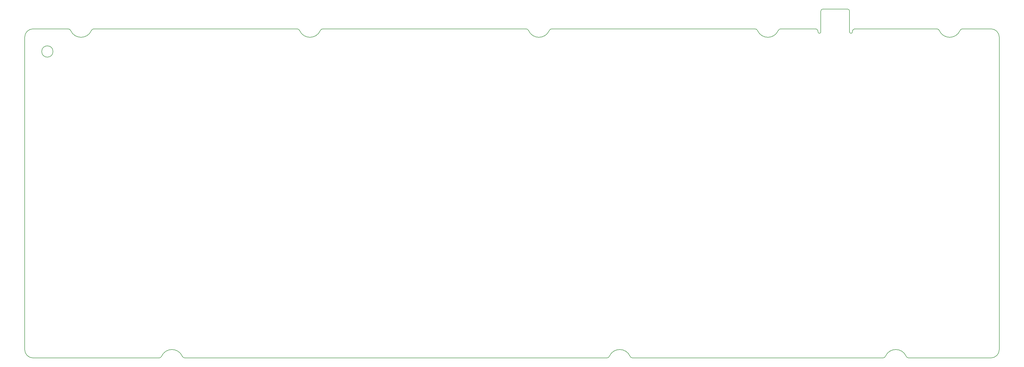
<source format=gm1>
%TF.GenerationSoftware,KiCad,Pcbnew,(6.0.6)*%
%TF.CreationDate,2023-01-04T14:02:57+11:00*%
%TF.ProjectId,slime88,736c696d-6538-4382-9e6b-696361645f70,rev?*%
%TF.SameCoordinates,Original*%
%TF.FileFunction,Profile,NP*%
%FSLAX46Y46*%
G04 Gerber Fmt 4.6, Leading zero omitted, Abs format (unit mm)*
G04 Created by KiCad (PCBNEW (6.0.6)) date 2023-01-04 14:02:57*
%MOMM*%
%LPD*%
G01*
G04 APERTURE LIST*
%TA.AperFunction,Profile*%
%ADD10C,0.200000*%
%TD*%
G04 APERTURE END LIST*
D10*
X362661731Y-57877509D02*
G75*
G03*
X369993867Y-57877512I3666069J1600009D01*
G01*
X217405513Y-57877495D02*
G75*
G03*
X216488986Y-57277500I-916513J-400005D01*
G01*
X331926562Y-58277500D02*
X331926561Y-58377500D01*
X332926562Y-57277462D02*
G75*
G03*
X331926562Y-58277500I38J-1000038D01*
G01*
X298368001Y-57877500D02*
G75*
G03*
X305700123Y-57877500I3666061J1600001D01*
G01*
X253312591Y-173240014D02*
G75*
G03*
X254229138Y-173840000I916509J400014D01*
G01*
X361745236Y-57277500D02*
X332926562Y-57277500D01*
X330926562Y-58377500D02*
X330926562Y-50977499D01*
X217405500Y-57877500D02*
G75*
G03*
X224737622Y-57877500I3666061J1600002D01*
G01*
X86710860Y-173839964D02*
G75*
G03*
X87627376Y-173240000I40J999964D01*
G01*
X144691638Y-57277535D02*
G75*
G03*
X143775123Y-57877500I-38J-999965D01*
G01*
X383877812Y-170840000D02*
X383877811Y-60277500D01*
X136443013Y-57877494D02*
G75*
G03*
X135526485Y-57277500I-916513J-400006D01*
G01*
X225654140Y-57277534D02*
G75*
G03*
X224737622Y-57877500I-40J-999966D01*
G01*
X42215312Y-57277512D02*
G75*
G03*
X39215312Y-60277500I-12J-2999988D01*
G01*
X350943874Y-173240000D02*
G75*
G03*
X343611750Y-173240000I-3666062J-1600000D01*
G01*
X63729138Y-57277535D02*
G75*
G03*
X62812623Y-57877500I-38J-999965D01*
G01*
X55480501Y-57877500D02*
G75*
G03*
X62812623Y-57877500I3666061J1600001D01*
G01*
X298368013Y-57877495D02*
G75*
G03*
X297451486Y-57277500I-916513J-400005D01*
G01*
X254229138Y-173840000D02*
X342695236Y-173840000D01*
X306616638Y-57277535D02*
G75*
G03*
X305700123Y-57877500I-38J-999965D01*
G01*
X216488986Y-57277500D02*
X144691638Y-57277500D01*
X370910388Y-57277488D02*
G75*
G03*
X369993867Y-57877512I12J-1000012D01*
G01*
X319766600Y-58277500D02*
G75*
G03*
X318766562Y-57277500I-1000000J0D01*
G01*
X94959483Y-173239994D02*
G75*
G03*
X95876013Y-173839999I916517J399994D01*
G01*
X319766562Y-58377500D02*
X319766561Y-58277500D01*
X330226562Y-50277500D02*
X321466562Y-50277500D01*
X383877800Y-60277500D02*
G75*
G03*
X380877812Y-57277500I-3000000J0D01*
G01*
X362661721Y-57877513D02*
G75*
G03*
X361745236Y-57277500I-916521J-399987D01*
G01*
X330926600Y-50977499D02*
G75*
G03*
X330226562Y-50277500I-700000J-1D01*
G01*
X245063986Y-173839987D02*
G75*
G03*
X245980501Y-173240000I14J999987D01*
G01*
X42215312Y-173840000D02*
X86710860Y-173839999D01*
X321466562Y-50277462D02*
G75*
G03*
X320766562Y-50977500I38J-700038D01*
G01*
X342695236Y-173840032D02*
G75*
G03*
X343611750Y-173240000I-36J1000032D01*
G01*
X135526485Y-57277500D02*
X63729138Y-57277500D01*
X55480513Y-57877495D02*
G75*
G03*
X54563986Y-57277500I-916513J-400005D01*
G01*
X49240313Y-65302500D02*
G75*
G03*
X49240313Y-65302500I-2000001J0D01*
G01*
X350943883Y-173239996D02*
G75*
G03*
X351860388Y-173840000I916517J399996D01*
G01*
X318766562Y-57277500D02*
X306616638Y-57277500D01*
X94959498Y-173239988D02*
G75*
G03*
X87627376Y-173240000I-3666058J-1600012D01*
G01*
X380877812Y-57277500D02*
X370910388Y-57277500D01*
X54563986Y-57277500D02*
X42215312Y-57277500D01*
X319766562Y-58377500D02*
G75*
G03*
X320766562Y-58377500I500000J-1D01*
G01*
X380877812Y-173840012D02*
G75*
G03*
X383877812Y-170840000I-12J3000012D01*
G01*
X253312623Y-173240000D02*
G75*
G03*
X245980501Y-173240000I-3666061J-1600001D01*
G01*
X136443001Y-57877500D02*
G75*
G03*
X143775123Y-57877500I3666061J1600001D01*
G01*
X320766562Y-50977500D02*
X320766562Y-58377500D01*
X297451486Y-57277500D02*
X225654140Y-57277500D01*
X39215300Y-170840000D02*
G75*
G03*
X42215312Y-173840000I3000000J0D01*
G01*
X330926563Y-58377500D02*
G75*
G03*
X331926561Y-58377500I499999J0D01*
G01*
X351860388Y-173840000D02*
X380877812Y-173840000D01*
X39215312Y-60277500D02*
X39215312Y-170840000D01*
X95876013Y-173839999D02*
X245063986Y-173840000D01*
M02*

</source>
